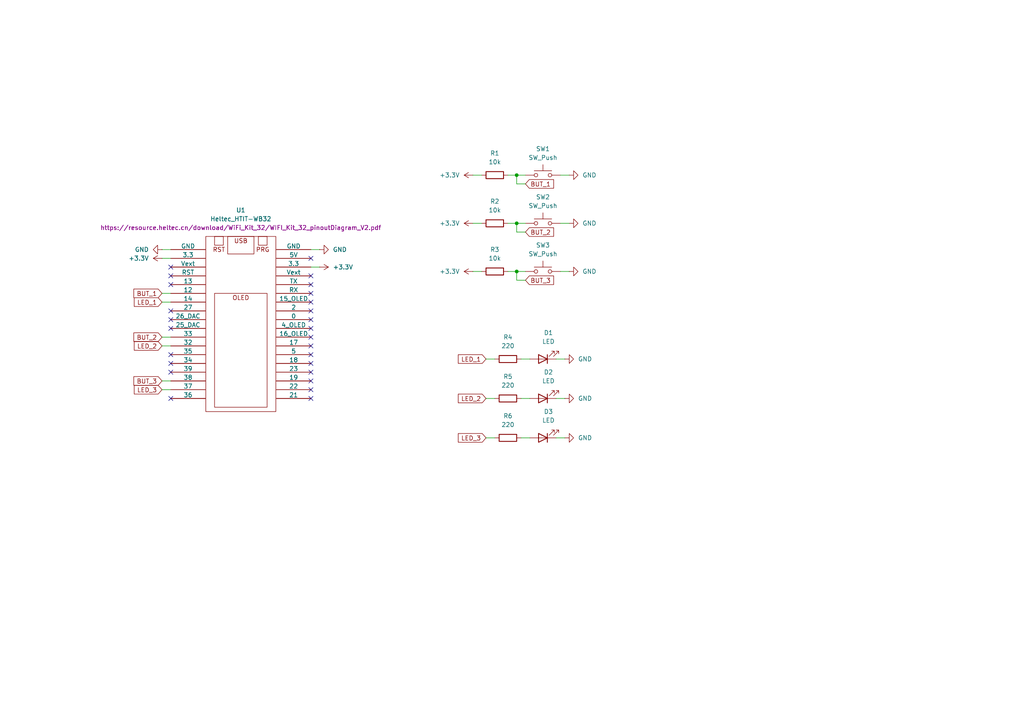
<source format=kicad_sch>
(kicad_sch (version 20231120) (generator "eeschema") (generator_version "8.0")
  (paper "A4")
  (lib_symbols
    (symbol "Device:LED" (pin_numbers hide) (pin_names (offset 1.016) hide)
      (property "Reference" "D" (at 0 2.54 0))
      (property "Value" "LED" (at 0 -2.54 0))
      (symbol "LED_0_1"
        (polyline (pts (xy -1.27 -1.27) (xy -1.27 1.27)) (stroke (width 0.254)))
        (polyline (pts (xy -1.27 0) (xy 1.27 0)))
        (polyline (pts (xy 1.27 -1.27) (xy 1.27 1.27) (xy -1.27 0) (xy 1.27 -1.27)) (stroke (width 0.254)))
        (polyline (pts (xy -3.048 -0.762) (xy -4.572 -2.286) (xy -3.81 -2.286) (xy -4.572 -2.286) (xy -4.572 -1.524)))
        (polyline (pts (xy -1.778 -0.762) (xy -3.302 -2.286) (xy -2.54 -2.286) (xy -3.302 -2.286) (xy -3.302 -1.524)))
      )
      (symbol "LED_1_1"
        (pin passive line (at -3.81 0 0) (length 2.54) (name "K") (number "1"))
        (pin passive line (at 3.81 0 180) (length 2.54) (name "A") (number "2"))
      )
    )
    (symbol "Device:R" (pin_numbers hide) (pin_names (offset 0))
      (property "Reference" "R" (at 2.032 0 90))
      (property "Value" "R" (at 0 0 90))
      (symbol "R_0_1"
        (rectangle (start -1.016 -2.54) (end 1.016 2.54) (stroke (width 0.254)))
      )
      (symbol "R_1_1"
        (pin passive line (at 0 3.81 270) (length 1.27) (name "~") (number "1"))
        (pin passive line (at 0 -3.81 90) (length 1.27) (name "~") (number "2"))
      )
    )
    (symbol "Switch:SW_Push" (pin_numbers hide) (pin_names (offset 1.016) hide)
      (property "Reference" "SW" (at 1.27 2.54 0))
      (property "Value" "SW_Push" (at 0 -1.524 0))
      (symbol "SW_Push_0_1"
        (circle (center -2.032 0) (radius 0.508))
        (polyline (pts (xy 0 1.27) (xy 0 3.048)))
        (polyline (pts (xy 2.54 1.27) (xy -2.54 1.27)))
        (circle (center 2.032 0) (radius 0.508))
        (pin passive line (at -5.08 0 0) (length 2.54) (name "1") (number "1"))
        (pin passive line (at 5.08 0 180) (length 2.54) (name "2") (number "2"))
      )
    )
    (symbol "heltec_htit-wb32:Heltec_HTIT-WB32" (pin_numbers hide) (pin_names (offset 0))
      (property "Reference" "U" (at 0 0 0))
      (property "Value" "Heltec_HTIT-WB32" (at 0 -26.67 0))
      (property "Datasheet" "https://resource.heltec.cn/download/WiFi_Kit_32/WIFI_Kit_32_pinoutDiagram_V2.pdf" (at 0 0 0))
      (symbol "Heltec_HTIT-WB32_0_0"
        (rectangle (start -5.08 22.86) (end -7.62 25.4))
        (rectangle (start 3.81 25.4) (end -3.81 20.32))
        (rectangle (start 5.08 22.86) (end 7.62 25.4))
        (rectangle (start 7.62 -24.13) (end -7.62 8.89))
        (rectangle (start 10.16 -25.4) (end -10.16 25.4))
        (text "OLED" (at 0 7.62 0) (effects (font (size 1.27 1.27))))
        (text "PRG" (at 6.35 21.59 0) (effects (font (size 1.27 1.27))))
        (text "RST" (at -6.35 21.59 0) (effects (font (size 1.27 1.27))))
        (text "USB" (at 0 24.13 0) (effects (font (size 1.27 1.27))))
      )
      (symbol "Heltec_HTIT-WB32_1_1"
        (pin bidirectional line (at 20.32 1.27 180) (length 10.0076) (name "0") (number "0"))
        (pin bidirectional line (at 20.32 11.43 180) (length 10.0076) (name "TX") (number "1"))
        (pin power_out line (at 20.32 13.97 180) (length 10.0076) (name "Vext") (number "10"))
        (pin power_in line (at 20.32 16.51 180) (length 10.0076) (name "3.3") (number "11"))
        (pin bidirectional line (at -20.32 8.89 0) (length 10.0076) (name "12") (number "12"))
        (pin bidirectional line (at -20.32 11.43 0) (length 10.0076) (name "13") (number "13"))
        (pin bidirectional line (at -20.32 6.35 0) (length 10.0076) (name "14") (number "14"))
        (pin bidirectional line (at 20.32 6.35 180) (length 10.0076) (name "15_OLED") (number "15"))
        (pin bidirectional line (at 20.32 -3.81 180) (length 10.0076) (name "16_OLED") (number "16"))
        (pin bidirectional line (at 20.32 -6.35 180) (length 10.0076) (name "17") (number "17"))
        (pin bidirectional line (at 20.32 -11.43 180) (length 10.0076) (name "18") (number "18"))
        (pin bidirectional line (at 20.32 -16.51 180) (length 10.0076) (name "19") (number "19"))
        (pin bidirectional line (at 20.32 3.81 180) (length 10.0076) (name "2") (number "2"))
        (pin power_in line (at 20.32 19.05 180) (length 10.0076) (name "5V") (number "20"))
        (pin bidirectional line (at 20.32 -21.59 180) (length 10.0076) (name "21") (number "21"))
        (pin bidirectional line (at 20.32 -19.05 180) (length 10.0076) (name "22") (number "22"))
        (pin bidirectional line (at 20.32 -13.97 180) (length 10.0076) (name "23") (number "23"))
        (pin bidirectional line (at -20.32 -1.27 0) (length 10.0076) (name "25_DAC") (number "25"))
        (pin bidirectional line (at -20.32 1.27 0) (length 10.0076) (name "26_DAC") (number "26"))
        (pin bidirectional line (at -20.32 3.81 0) (length 10.0076) (name "27") (number "27"))
        (pin power_in line (at 20.32 21.59 180) (length 10.0076) (name "GND") (number "28"))
        (pin bidirectional line (at 20.32 8.89 180) (length 10.0076) (name "RX") (number "3"))
        (pin input line (at -20.32 -6.35 0) (length 10.0076) (name "32") (number "32"))
        (pin input line (at -20.32 -3.81 0) (length 10.0076) (name "33") (number "33"))
        (pin input line (at -20.32 -11.43 0) (length 10.0076) (name "34") (number "34"))
        (pin input line (at -20.32 -8.89 0) (length 10.0076) (name "35") (number "35"))
        (pin input line (at -20.32 -21.59 0) (length 10.0076) (name "36") (number "36"))
        (pin input line (at -20.32 -19.05 0) (length 10.0076) (name "37") (number "37"))
        (pin input line (at -20.32 -16.51 0) (length 10.0076) (name "38") (number "38"))
        (pin input line (at -20.32 -13.97 0) (length 10.0076) (name "39") (number "39"))
        (pin bidirectional line (at 20.32 -1.27 180) (length 10.0076) (name "4_OLED") (number "4"))
        (pin bidirectional line (at 20.32 -8.89 180) (length 10.0076) (name "5") (number "5"))
        (pin input line (at -20.32 13.97 0) (length 10.0076) (name "RST") (number "6"))
        (pin power_out line (at -20.32 16.51 0) (length 10.0076) (name "Vext") (number "7"))
        (pin power_in line (at -20.32 21.59 0) (length 10.0076) (name "GND") (number "8"))
        (pin power_in line (at -20.32 19.05 0) (length 10.0076) (name "3.3") (number "9"))
      )
    )
    (symbol "power:+3.3V" (power) (pin_numbers hide) (pin_names (offset 0) hide)
      (property "Value" "+3.3V" (at 0 3.556 0))
      (symbol "+3.3V_0_1"
        (polyline (pts (xy -0.762 1.27) (xy 0 2.54)))
        (polyline (pts (xy 0 0) (xy 0 2.54)))
        (polyline (pts (xy 0 2.54) (xy 0.762 1.27)))
      )
      (symbol "+3.3V_1_1"
        (pin power_in line (at 0 0 90) (length 0) (name "~") (number "1"))
      )
    )
    (symbol "power:GND" (power) (pin_numbers hide) (pin_names (offset 0) hide)
      (property "Value" "GND" (at 0 -3.81 0))
      (symbol "GND_0_1"
        (polyline (pts (xy 0 0) (xy 0 -1.27) (xy 1.27 -1.27) (xy 0 -2.54) (xy -1.27 -1.27) (xy 0 -1.27)))
      )
      (symbol "GND_1_1"
        (pin power_in line (at 0 0 270) (length 0) (name "~") (number "1"))
      )
    )
  )
  (junction (at 149.86 50.8))
  (junction (at 149.86 78.74))
  (junction (at 149.86 64.77))
  (no_connect (at 49.53 92.71))
  (no_connect (at 90.17 74.93))
  (no_connect (at 90.17 102.87))
  (no_connect (at 90.17 92.71))
  (no_connect (at 90.17 82.55))
  (no_connect (at 90.17 95.25))
  (no_connect (at 90.17 113.03))
  (no_connect (at 49.53 107.95))
  (no_connect (at 90.17 107.95))
  (no_connect (at 90.17 100.33))
  (no_connect (at 90.17 110.49))
  (no_connect (at 90.17 85.09))
  (no_connect (at 49.53 115.57))
  (no_connect (at 90.17 90.17))
  (no_connect (at 49.53 95.25))
  (no_connect (at 49.53 77.47))
  (no_connect (at 90.17 105.41))
  (no_connect (at 49.53 102.87))
  (no_connect (at 49.53 90.17))
  (no_connect (at 49.53 105.41))
  (no_connect (at 90.17 80.01))
  (no_connect (at 90.17 115.57))
  (no_connect (at 90.17 97.79))
  (no_connect (at 90.17 87.63))
  (no_connect (at 49.53 82.55))
  (no_connect (at 49.53 80.01))
  (wire (pts (xy 147.32 64.77) (xy 149.86 64.77)))
  (wire (pts (xy 162.56 64.77) (xy 165.1 64.77)))
  (wire (pts (xy 46.99 97.79) (xy 49.53 97.79)))
  (wire (pts (xy 46.99 100.33) (xy 49.53 100.33)))
  (wire (pts (xy 90.17 77.47) (xy 92.71 77.47)))
  (wire (pts (xy 140.97 127) (xy 143.51 127)))
  (wire (pts (xy 149.86 50.8) (xy 152.4 50.8)))
  (wire (pts (xy 162.56 50.8) (xy 165.1 50.8)))
  (wire (pts (xy 147.32 50.8) (xy 149.86 50.8)))
  (wire (pts (xy 149.86 67.31) (xy 149.86 64.77)))
  (wire (pts (xy 151.13 104.14) (xy 153.67 104.14)))
  (wire (pts (xy 149.86 78.74) (xy 152.4 78.74)))
  (wire (pts (xy 137.16 78.74) (xy 139.7 78.74)))
  (wire (pts (xy 162.56 78.74) (xy 165.1 78.74)))
  (wire (pts (xy 152.4 53.34) (xy 149.86 53.34)))
  (wire (pts (xy 149.86 81.28) (xy 149.86 78.74)))
  (wire (pts (xy 151.13 115.57) (xy 153.67 115.57)))
  (wire (pts (xy 147.32 78.74) (xy 149.86 78.74)))
  (wire (pts (xy 137.16 50.8) (xy 139.7 50.8)))
  (wire (pts (xy 137.16 64.77) (xy 139.7 64.77)))
  (wire (pts (xy 140.97 115.57) (xy 143.51 115.57)))
  (wire (pts (xy 46.99 87.63) (xy 49.53 87.63)))
  (wire (pts (xy 161.29 127) (xy 163.83 127)))
  (wire (pts (xy 152.4 81.28) (xy 149.86 81.28)))
  (wire (pts (xy 46.99 74.93) (xy 49.53 74.93)))
  (wire (pts (xy 151.13 127) (xy 153.67 127)))
  (wire (pts (xy 46.99 72.39) (xy 49.53 72.39)))
  (wire (pts (xy 161.29 104.14) (xy 163.83 104.14)))
  (wire (pts (xy 149.86 64.77) (xy 152.4 64.77)))
  (wire (pts (xy 161.29 115.57) (xy 163.83 115.57)))
  (wire (pts (xy 152.4 67.31) (xy 149.86 67.31)))
  (wire (pts (xy 140.97 104.14) (xy 143.51 104.14)))
  (wire (pts (xy 149.86 53.34) (xy 149.86 50.8)))
  (wire (pts (xy 46.99 113.03) (xy 49.53 113.03)))
  (wire (pts (xy 46.99 110.49) (xy 49.53 110.49)))
  (wire (pts (xy 90.17 72.39) (xy 92.71 72.39)))
  (wire (pts (xy 46.99 85.09) (xy 49.53 85.09)))
  (global_label "LED_2" (shape input) (at 140.97 115.57 180) (property "Intersheetrefs" "${INTERSHEET_REFS}" (effects (hide yes))))
  (global_label "BUT_2" (shape input) (at 152.4 67.31 0) (property "Intersheetrefs" "${INTERSHEET_REFS}" (effects (hide yes))))
  (global_label "LED_1" (shape input) (at 46.99 87.63 180) (property "Intersheetrefs" "${INTERSHEET_REFS}" (effects (hide yes))))
  (global_label "BUT_2" (shape input) (at 46.99 97.79 180) (property "Intersheetrefs" "${INTERSHEET_REFS}" (effects (hide yes))))
  (global_label "LED_3" (shape input) (at 140.97 127 180) (property "Intersheetrefs" "${INTERSHEET_REFS}" (effects (hide yes))))
  (global_label "LED_1" (shape input) (at 140.97 104.14 180) (property "Intersheetrefs" "${INTERSHEET_REFS}" (effects (hide yes))))
  (global_label "BUT_1" (shape input) (at 46.99 85.09 180) (property "Intersheetrefs" "${INTERSHEET_REFS}" (effects (hide yes))))
  (global_label "LED_2" (shape input) (at 46.99 100.33 180) (property "Intersheetrefs" "${INTERSHEET_REFS}" (effects (hide yes))))
  (global_label "BUT_3" (shape input) (at 46.99 110.49 180) (property "Intersheetrefs" "${INTERSHEET_REFS}" (effects (hide yes))))
  (global_label "BUT_1" (shape input) (at 152.4 53.34 0) (property "Intersheetrefs" "${INTERSHEET_REFS}" (effects (hide yes))))
  (global_label "LED_3" (shape input) (at 46.99 113.03 180) (property "Intersheetrefs" "${INTERSHEET_REFS}" (effects (hide yes))))
  (global_label "BUT_3" (shape input) (at 152.4 81.28 0) (property "Intersheetrefs" "${INTERSHEET_REFS}" (effects (hide yes))))
  (symbol (lib_id "Device:R") (at 147.32 104.14 90) (unit 1)
    (property "Reference" "R4" (at 147.32 97.79 90))
    (property "Value" "220" (at 147.32 100.33 90))
    (property "Footprint" "Resistor_THT:R_Axial_DIN0207_L6.3mm_D2.5mm_P7.62mm_Horizontal" (effects (hide yes)))
    (property "Description" "Resistor" (effects (hide yes)))
  )
  (symbol (lib_id "power:+3.3V") (at 137.16 50.8 90) (unit 1)
    (property "Reference" "#PWR02" (effects (hide yes)))
    (property "Value" "+3.3V" (at 133.35 50.7999 90) (effects (justify left)))
    (property "Description" "Power symbol creates a global label with name \"+3.3V\"" (effects (hide yes)))
  )
  (symbol (lib_id "power:GND") (at 163.83 104.14 90) (unit 1)
    (property "Reference" "#PWR07" (effects (hide yes)))
    (property "Value" "GND" (at 167.64 104.1399 90) (effects (justify right)))
    (property "Description" "Power symbol creates a global label with name \"GND\" , ground" (effects (hide yes)))
  )
  (symbol (lib_id "Device:R") (at 143.51 64.77 90) (unit 1)
    (property "Reference" "R2" (at 143.51 58.42 90))
    (property "Value" "10k" (at 143.51 60.96 90))
    (property "Footprint" "Resistor_THT:R_Axial_DIN0207_L6.3mm_D2.5mm_P7.62mm_Horizontal" (effects (hide yes)))
    (property "Description" "Resistor" (effects (hide yes)))
  )
  (symbol (lib_id "power:GND") (at 165.1 78.74 90) (unit 1)
    (property "Reference" "#PWR06" (effects (hide yes)))
    (property "Value" "GND" (at 168.91 78.7399 90) (effects (justify right)))
    (property "Description" "Power symbol creates a global label with name \"GND\" , ground" (effects (hide yes)))
  )
  (symbol (lib_id "Device:R") (at 143.51 78.74 90) (unit 1)
    (property "Reference" "R3" (at 143.51 72.39 90))
    (property "Value" "10k" (at 143.51 74.93 90))
    (property "Footprint" "Resistor_THT:R_Axial_DIN0207_L6.3mm_D2.5mm_P7.62mm_Horizontal" (effects (hide yes)))
    (property "Description" "Resistor" (effects (hide yes)))
  )
  (symbol (lib_id "Device:R") (at 143.51 50.8 90) (unit 1)
    (property "Reference" "R1" (at 143.51 44.45 90))
    (property "Value" "10k" (at 143.51 46.99 90))
    (property "Footprint" "Resistor_THT:R_Axial_DIN0207_L6.3mm_D2.5mm_P7.62mm_Horizontal" (effects (hide yes)))
    (property "Description" "Resistor" (effects (hide yes)))
  )
  (symbol (lib_id "power:+3.3V") (at 46.99 74.93 90) (unit 1)
    (property "Reference" "#PWR010" (effects (hide yes)))
    (property "Value" "+3.3V" (at 43.18 74.9299 90) (effects (justify left)))
    (property "Description" "Power symbol creates a global label with name \"+3.3V\"" (effects (hide yes)))
  )
  (symbol (lib_id "heltec_htit-wb32:Heltec_HTIT-WB32") (at 69.85 93.98 0) (unit 1)
    (property "Reference" "U1" (at 69.85 60.96 0))
    (property "Value" "Heltec_HTIT-WB32" (at 69.85 63.5 0))
    (property "Footprint" "heltec_htit-wb32:Heltec_HTIT-WB32" (effects (hide yes)))
    (property "Datasheet" "https://resource.heltec.cn/download/WiFi_Kit_32/WIFI_Kit_32_pinoutDiagram_V2.pdf" (at 69.85 66.04 0))
  )
  (symbol (lib_id "Switch:SW_Push") (at 157.48 64.77 0) (unit 1)
    (property "Reference" "SW2" (at 157.48 57.15 0))
    (property "Value" "SW_Push" (at 157.48 59.69 0))
    (property "Footprint" "Button_Switch_THT:SW_PUSH_6mm" (effects (hide yes)))
    (property "Description" "Push button switch, generic, two pins" (effects (hide yes)))
  )
  (symbol (lib_id "power:+3.3V") (at 92.71 77.47 270) (unit 1)
    (property "Reference" "#PWR011" (effects (hide yes)))
    (property "Value" "+3.3V" (at 96.52 77.4699 90) (effects (justify left)))
    (property "Description" "Power symbol creates a global label with name \"+3.3V\"" (effects (hide yes)))
  )
  (symbol (lib_id "Device:LED") (at 157.48 115.57 180) (unit 1)
    (property "Reference" "D2" (at 159.0675 107.95 0))
    (property "Value" "LED" (at 159.0675 110.49 0))
    (property "Footprint" "LED_THT:LED_D5.0mm" (effects (hide yes)))
    (property "Description" "Light emitting diode" (effects (hide yes)))
  )
  (symbol (lib_id "power:GND") (at 163.83 127 90) (unit 1)
    (property "Reference" "#PWR09" (effects (hide yes)))
    (property "Value" "GND" (at 167.64 126.9999 90) (effects (justify right)))
    (property "Description" "Power symbol creates a global label with name \"GND\" , ground" (effects (hide yes)))
  )
  (symbol (lib_id "Device:LED") (at 157.48 127 180) (unit 1)
    (property "Reference" "D3" (at 159.0675 119.38 0))
    (property "Value" "LED" (at 159.0675 121.92 0))
    (property "Footprint" "LED_THT:LED_D5.0mm" (effects (hide yes)))
    (property "Description" "Light emitting diode" (effects (hide yes)))
  )
  (symbol (lib_id "power:GND") (at 165.1 64.77 90) (unit 1)
    (property "Reference" "#PWR04" (effects (hide yes)))
    (property "Value" "GND" (at 168.91 64.7699 90) (effects (justify right)))
    (property "Description" "Power symbol creates a global label with name \"GND\" , ground" (effects (hide yes)))
  )
  (symbol (lib_id "Device:LED") (at 157.48 104.14 180) (unit 1)
    (property "Reference" "D1" (at 159.0675 96.52 0))
    (property "Value" "LED" (at 159.0675 99.06 0))
    (property "Footprint" "LED_THT:LED_D5.0mm" (effects (hide yes)))
    (property "Description" "Light emitting diode" (effects (hide yes)))
  )
  (symbol (lib_id "Switch:SW_Push") (at 157.48 50.8 0) (unit 1)
    (property "Reference" "SW1" (at 157.48 43.18 0))
    (property "Value" "SW_Push" (at 157.48 45.72 0))
    (property "Footprint" "Button_Switch_THT:SW_PUSH_6mm" (effects (hide yes)))
    (property "Description" "Push button switch, generic, two pins" (effects (hide yes)))
  )
  (symbol (lib_id "power:GND") (at 165.1 50.8 90) (unit 1)
    (property "Reference" "#PWR01" (effects (hide yes)))
    (property "Value" "GND" (at 168.91 50.7999 90) (effects (justify right)))
    (property "Description" "Power symbol creates a global label with name \"GND\" , ground" (effects (hide yes)))
  )
  (symbol (lib_id "power:+3.3V") (at 137.16 78.74 90) (unit 1)
    (property "Reference" "#PWR05" (effects (hide yes)))
    (property "Value" "+3.3V" (at 133.35 78.7399 90) (effects (justify left)))
    (property "Description" "Power symbol creates a global label with name \"+3.3V\"" (effects (hide yes)))
  )
  (symbol (lib_id "Device:R") (at 147.32 127 90) (unit 1)
    (property "Reference" "R6" (at 147.32 120.65 90))
    (property "Value" "220" (at 147.32 123.19 90))
    (property "Footprint" "Resistor_THT:R_Axial_DIN0207_L6.3mm_D2.5mm_P7.62mm_Horizontal" (effects (hide yes)))
    (property "Description" "Resistor" (effects (hide yes)))
  )
  (symbol (lib_id "power:GND") (at 163.83 115.57 90) (unit 1)
    (property "Reference" "#PWR08" (effects (hide yes)))
    (property "Value" "GND" (at 167.64 115.5699 90) (effects (justify right)))
    (property "Description" "Power symbol creates a global label with name \"GND\" , ground" (effects (hide yes)))
  )
  (symbol (lib_id "power:+3.3V") (at 137.16 64.77 90) (unit 1)
    (property "Reference" "#PWR03" (effects (hide yes)))
    (property "Value" "+3.3V" (at 133.35 64.7699 90) (effects (justify left)))
    (property "Description" "Power symbol creates a global label with name \"+3.3V\"" (effects (hide yes)))
  )
  (symbol (lib_id "Switch:SW_Push") (at 157.48 78.74 0) (unit 1)
    (property "Reference" "SW3" (at 157.48 71.12 0))
    (property "Value" "SW_Push" (at 157.48 73.66 0))
    (property "Footprint" "Button_Switch_THT:SW_PUSH_6mm" (effects (hide yes)))
    (property "Description" "Push button switch, generic, two pins" (effects (hide yes)))
  )
  (symbol (lib_id "power:GND") (at 46.99 72.39 270) (unit 1)
    (property "Reference" "#PWR013" (effects (hide yes)))
    (property "Value" "GND" (at 43.18 72.3899 90) (effects (justify right)))
    (property "Description" "Power symbol creates a global label with name \"GND\" , ground" (effects (hide yes)))
  )
  (symbol (lib_id "Device:R") (at 147.32 115.57 90) (unit 1)
    (property "Reference" "R5" (at 147.32 109.22 90))
    (property "Value" "220" (at 147.32 111.76 90))
    (property "Footprint" "Resistor_THT:R_Axial_DIN0207_L6.3mm_D2.5mm_P7.62mm_Horizontal" (effects (hide yes)))
    (property "Description" "Resistor" (effects (hide yes)))
  )
  (symbol (lib_id "power:GND") (at 92.71 72.39 90) (unit 1)
    (property "Reference" "#PWR012" (effects (hide yes)))
    (property "Value" "GND" (at 96.52 72.3899 90) (effects (justify right)))
    (property "Description" "Power symbol creates a global label with name \"GND\" , ground" (effects (hide yes)))
  )
)
</source>
